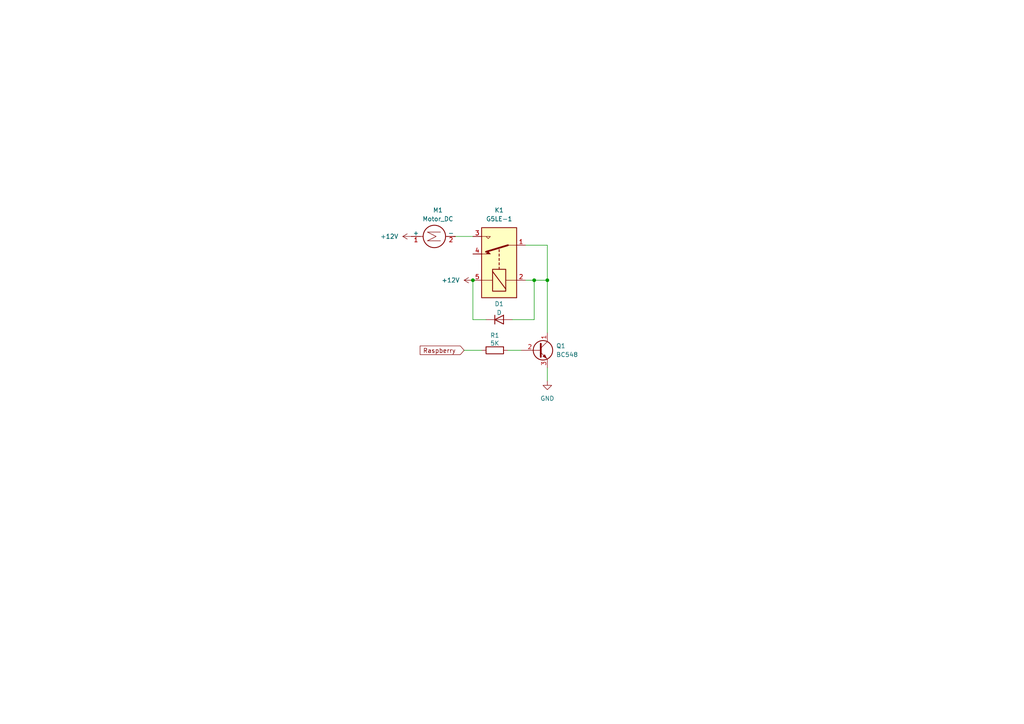
<source format=kicad_sch>
(kicad_sch (version 20231120) (generator "eeschema") (generator_version "8.0")
  (paper "A4")
  (lib_symbols
    (symbol "Device:D" (pin_numbers hide) (pin_names (offset 1.016) hide)
      (property "Reference" "D" (at 0 2.54 0))
      (property "Value" "D" (at 0 -2.54 0))
      (symbol "D_0_1"
        (polyline (pts (xy -1.27 1.27) (xy -1.27 -1.27)) (stroke (width 0.254)))
        (polyline (pts (xy 1.27 0) (xy -1.27 0)))
        (polyline (pts (xy 1.27 1.27) (xy 1.27 -1.27) (xy -1.27 0) (xy 1.27 1.27)) (stroke (width 0.254)))
      )
      (symbol "D_1_1"
        (pin passive line (at -3.81 0 0) (length 2.54) (name "K") (number "1"))
        (pin passive line (at 3.81 0 180) (length 2.54) (name "A") (number "2"))
      )
    )
    (symbol "Device:R" (pin_numbers hide) (pin_names (offset 0))
      (property "Reference" "R" (at 2.032 0 90))
      (property "Value" "R" (at 0 0 90))
      (symbol "R_0_1"
        (rectangle (start -1.016 -2.54) (end 1.016 2.54) (stroke (width 0.254)))
      )
      (symbol "R_1_1"
        (pin passive line (at 0 3.81 270) (length 1.27) (name "~") (number "1"))
        (pin passive line (at 0 -3.81 90) (length 1.27) (name "~") (number "2"))
      )
    )
    (symbol "Motor:Motor_DC" (pin_names (offset 0))
      (property "Reference" "M" (at 2.54 2.54 0))
      (property "Value" "Motor_DC" (at 2.54 -5.08 0))
      (symbol "Motor_DC_0_0"
        (polyline (pts (xy -1.27 -3.302) (xy -1.27 0.508) (xy 0 -2.032) (xy 1.27 0.508) (xy 1.27 -3.302)))
      )
      (symbol "Motor_DC_0_1"
        (circle (center 0 -1.524) (radius 3.2512) (stroke (width 0.254)))
        (polyline (pts (xy 0 -7.62) (xy 0 -7.112)))
        (polyline (pts (xy 0 -4.7752) (xy 0 -5.1816)))
        (polyline (pts (xy 0 1.7272) (xy 0 2.0828)))
        (polyline (pts (xy 0 2.032) (xy 0 2.54)))
      )
      (symbol "Motor_DC_1_1"
        (pin passive line (at 0 5.08 270) (length 2.54) (name "+") (number "1"))
        (pin passive line (at 0 -7.62 90) (length 2.54) (name "-") (number "2"))
      )
    )
    (symbol "Relay:G5LE-1"
      (property "Reference" "K" (at 11.43 3.81 0))
      (property "Value" "G5LE-1" (at 11.43 1.27 0))
      (symbol "G5LE-1_0_0"
        (polyline (pts (xy 7.62 5.08) (xy 7.62 2.54) (xy 6.985 3.175) (xy 7.62 3.81)))
      )
      (symbol "G5LE-1_0_1"
        (rectangle (start -10.16 5.08) (end 10.16 -5.08) (stroke (width 0.254)) (fill (type background)))
        (rectangle (start -8.255 1.905) (end -1.905 -1.905) (stroke (width 0.254)))
        (polyline (pts (xy -7.62 -1.905) (xy -2.54 1.905)) (stroke (width 0.254)))
        (polyline (pts (xy -5.08 -5.08) (xy -5.08 -1.905)))
        (polyline (pts (xy -5.08 5.08) (xy -5.08 1.905)))
        (polyline (pts (xy -1.905 0) (xy -1.27 0)) (stroke (width 0.254)))
        (polyline (pts (xy -0.635 0) (xy 0 0)) (stroke (width 0.254)))
        (polyline (pts (xy 0.635 0) (xy 1.27 0)) (stroke (width 0.254)))
        (polyline (pts (xy 1.905 0) (xy 2.54 0)) (stroke (width 0.254)))
        (polyline (pts (xy 3.175 0) (xy 3.81 0)) (stroke (width 0.254)))
        (polyline (pts (xy 5.08 -2.54) (xy 3.175 3.81)) (stroke (width 0.508)))
        (polyline (pts (xy 5.08 -2.54) (xy 5.08 -5.08)))
        (polyline (pts (xy 2.54 5.08) (xy 2.54 2.54) (xy 3.175 3.175) (xy 2.54 3.81)) (fill (type outline)))
      )
      (symbol "G5LE-1_1_1"
        (pin passive line (at 5.08 -7.62 90) (length 2.54) (name "~") (number "1"))
        (pin passive line (at -5.08 -7.62 90) (length 2.54) (name "~") (number "2"))
        (pin passive line (at 7.62 7.62 270) (length 2.54) (name "~") (number "3"))
        (pin passive line (at 2.54 7.62 270) (length 2.54) (name "~") (number "4"))
        (pin passive line (at -5.08 7.62 270) (length 2.54) (name "~") (number "5"))
      )
    )
    (symbol "Transistor_BJT:BC548" (pin_names (offset 0) hide)
      (property "Reference" "Q" (at 5.08 1.905 0))
      (property "Value" "BC548" (at 5.08 0 0))
      (symbol "BC548_0_1"
        (polyline (pts (xy 0 0) (xy 0.635 0)))
        (polyline (pts (xy 0.635 0.635) (xy 2.54 2.54)))
        (polyline (pts (xy 0.635 -0.635) (xy 2.54 -2.54) (xy 2.54 -2.54)))
        (polyline (pts (xy 0.635 1.905) (xy 0.635 -1.905) (xy 0.635 -1.905)) (stroke (width 0.508)))
        (polyline (pts (xy 1.27 -1.778) (xy 1.778 -1.27) (xy 2.286 -2.286) (xy 1.27 -1.778) (xy 1.27 -1.778)) (fill (type outline)))
        (circle (center 1.27 0) (radius 2.8194) (stroke (width 0.254)))
      )
      (symbol "BC548_1_1"
        (pin passive line (at 2.54 5.08 270) (length 2.54) (name "C") (number "1"))
        (pin input line (at -5.08 0 0) (length 5.08) (name "B") (number "2"))
        (pin passive line (at 2.54 -5.08 90) (length 2.54) (name "E") (number "3"))
      )
    )
    (symbol "power:+12V" (power) (pin_numbers hide) (pin_names (offset 0) hide)
      (property "Value" "+12V" (at 0 3.556 0))
      (symbol "+12V_0_1"
        (polyline (pts (xy -0.762 1.27) (xy 0 2.54)))
        (polyline (pts (xy 0 0) (xy 0 2.54)))
        (polyline (pts (xy 0 2.54) (xy 0.762 1.27)))
      )
      (symbol "+12V_1_1"
        (pin power_in line (at 0 0 90) (length 0) (name "~") (number "1"))
      )
    )
    (symbol "power:GND" (power) (pin_numbers hide) (pin_names (offset 0) hide)
      (property "Value" "GND" (at 0 -3.81 0))
      (symbol "GND_0_1"
        (polyline (pts (xy 0 0) (xy 0 -1.27) (xy 1.27 -1.27) (xy 0 -2.54) (xy -1.27 -1.27) (xy 0 -1.27)))
      )
      (symbol "GND_1_1"
        (pin power_in line (at 0 0 270) (length 0) (name "~") (number "1"))
      )
    )
  )
  (junction (at 154.94 81.28))
  (junction (at 158.75 81.28))
  (junction (at 137.16 81.28))
  (wire (pts (xy 132.08 68.58) (xy 137.16 68.58)))
  (wire (pts (xy 158.75 96.52) (xy 158.75 81.28)))
  (wire (pts (xy 152.4 71.12) (xy 158.75 71.12)))
  (wire (pts (xy 158.75 81.28) (xy 154.94 81.28)))
  (wire (pts (xy 137.16 92.71) (xy 137.16 81.28)))
  (wire (pts (xy 158.75 71.12) (xy 158.75 81.28)))
  (wire (pts (xy 140.97 92.71) (xy 137.16 92.71)))
  (wire (pts (xy 148.59 92.71) (xy 154.94 92.71)))
  (wire (pts (xy 154.94 92.71) (xy 154.94 81.28)))
  (wire (pts (xy 154.94 81.28) (xy 152.4 81.28)))
  (wire (pts (xy 147.32 101.6) (xy 151.13 101.6)))
  (wire (pts (xy 134.62 101.6) (xy 139.7 101.6)))
  (wire (pts (xy 158.75 106.68) (xy 158.75 110.49)))
  (global_label "Raspberry " (shape input) (at 134.62 101.6 180) (property "Intersheetrefs" "${INTERSHEET_REFS}" (effects (hide yes))))
  (symbol (lib_id "power:GND") (at 158.75 110.49 0) (unit 1)
    (property "Reference" "#PWR02" (effects (hide yes)))
    (property "Value" "GND" (at 158.75 115.57 0))
    (property "Description" "Power symbol creates a global label with name \"GND\" , ground" (effects (hide yes)))
  )
  (symbol (lib_id "power:+12V") (at 119.38 68.58 90) (unit 1)
    (property "Reference" "#PWR03" (effects (hide yes)))
    (property "Value" "+12V" (at 115.57 68.5799 90) (effects (justify left)))
    (property "Description" "Power symbol creates a global label with name \"+12V\"" (effects (hide yes)))
  )
  (symbol (lib_id "Device:R") (at 143.51 101.6 90) (unit 1)
    (property "Reference" "R1" (at 143.51 97.282 90))
    (property "Value" "5K" (at 143.51 99.568 90))
    (property "Footprint" "Resistor_THT:R_Axial_DIN0207_L6.3mm_D2.5mm_P7.62mm_Horizontal" (effects (hide yes)))
    (property "Description" "Resistor" (effects (hide yes)))
  )
  (symbol (lib_id "Transistor_BJT:BC548") (at 156.21 101.6 0) (unit 1)
    (property "Reference" "Q1" (at 161.29 100.3299 0) (effects (justify left)))
    (property "Value" "BC548" (at 161.29 102.8699 0) (effects (justify left)))
    (property "Footprint" "Package_TO_SOT_THT:TO-92_Inline" (effects (hide yes)))
    (property "Datasheet" "https://www.onsemi.com/pub/Collateral/BC550-D.pdf" (effects (hide yes)))
    (property "Description" "0.1A Ic, 30V Vce, Small Signal NPN Transistor, TO-92" (effects (hide yes)))
  )
  (symbol (lib_id "Relay:G5LE-1") (at 144.78 76.2 90) (unit 1)
    (property "Reference" "K1" (at 144.78 60.96 90))
    (property "Value" "G5LE-1" (at 144.78 63.5 90))
    (property "Footprint" "Relay_THT:Relay_SPDT_Omron-G5LE-1" (effects (hide yes)))
    (property "Datasheet" "http://www.omron.com/ecb/products/pdf/en-g5le.pdf" (effects (hide yes)))
    (property "Description" "Omron G5LE relay, Miniature Single Pole, SPDT, 10A" (effects (hide yes)))
  )
  (symbol (lib_id "power:+12V") (at 137.16 81.28 90) (unit 1)
    (property "Reference" "#PWR01" (effects (hide yes)))
    (property "Value" "+12V" (at 133.35 81.2799 90) (effects (justify left)))
    (property "Description" "Power symbol creates a global label with name \"+12V\"" (effects (hide yes)))
  )
  (symbol (lib_id "Device:D") (at 144.78 92.71 0) (unit 1)
    (property "Reference" "D1" (at 144.78 88.138 0))
    (property "Value" "D" (at 144.78 90.678 0))
    (property "Footprint" "Diode_THT:D_A-405_P7.62mm_Horizontal" (effects (hide yes)))
    (property "Description" "Diode" (effects (hide yes)))
    (property "Sim.Device" "D" (effects (hide yes)))
    (property "Sim.Pins" "1=K 2=A" (effects (hide yes)))
  )
  (symbol (lib_id "Motor:Motor_DC") (at 124.46 68.58 90) (unit 1)
    (property "Reference" "M1" (at 127 60.96 90))
    (property "Value" "Motor_DC" (at 127 63.5 90))
    (property "Footprint" "Connector_PinHeader_2.54mm:PinHeader_1x02_P2.54mm_Vertical" (effects (hide yes)))
    (property "Description" "DC Motor" (effects (hide yes)))
  )
)
</source>
